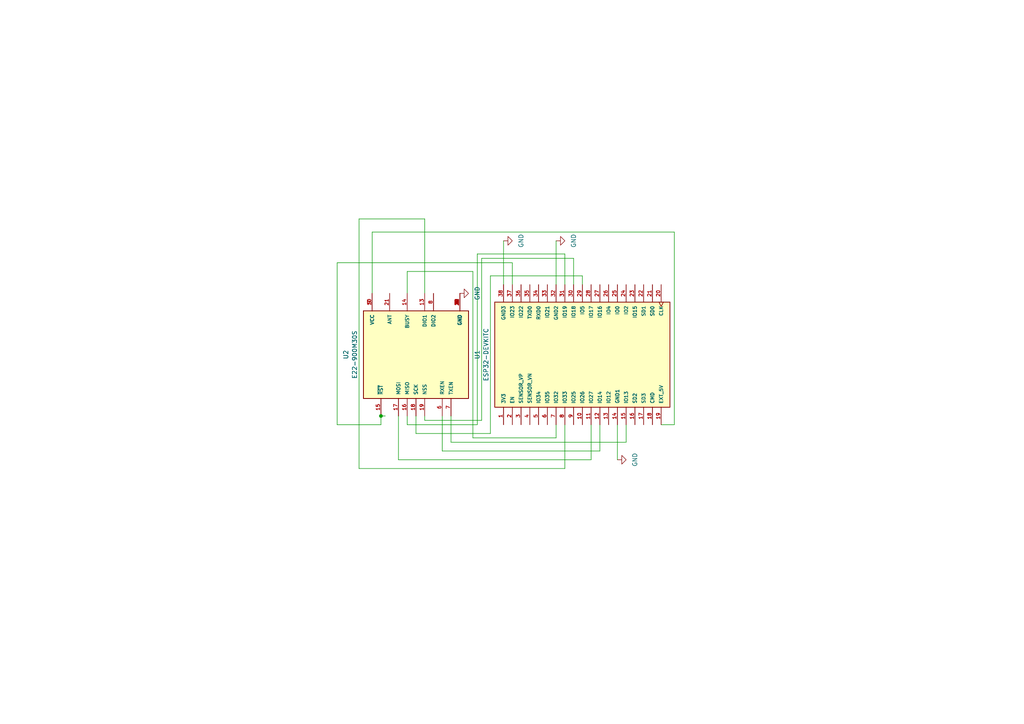
<source format=kicad_sch>
(kicad_sch (version 20211123) (generator eeschema)
  (paper "A4")
  (lib_symbols
    (symbol "E22-900M30S:E22-900M30S" (pin_names (offset 1.016))
      (property "Reference" "U" (at -12.7 16.002 0))
      (property "Value" "E22-900M30S" (at -12.7 -17.78 0))
      (symbol "E22-900M30S_0_0"
        (rectangle (start -12.7 -15.24) (end 12.7 15.24) (stroke (width 0.254)) (fill (type background)))
        (pin power_in line (at 17.78 -12.7 180) (length 5.08) (name "GND") (number "1"))
        (pin power_in line (at 17.78 12.7 180) (length 5.08) (name "VCC") (number "10"))
        (pin power_in line (at 17.78 -12.7 180) (length 5.08) (name "GND") (number "11"))
        (pin power_in line (at 17.78 -12.7 180) (length 5.08) (name "GND") (number "12"))
        (pin bidirectional line (at 17.78 -2.54 180) (length 5.08) (name "DIO1") (number "13"))
        (pin output line (at 17.78 2.54 180) (length 5.08) (name "BUSY") (number "14"))
        (pin input line (at -17.78 10.16 0) (length 5.08) (name "~{RST}") (number "15"))
        (pin output line (at -17.78 2.54 0) (length 5.08) (name "MISO") (number "16"))
        (pin input line (at -17.78 5.08 0) (length 5.08) (name "MOSI") (number "17"))
        (pin input line (at -17.78 0 0) (length 5.08) (name "SCK") (number "18"))
        (pin input line (at -17.78 -2.54 0) (length 5.08) (name "NSS") (number "19"))
        (pin power_in line (at 17.78 -12.7 180) (length 5.08) (name "GND") (number "2"))
        (pin power_in line (at 17.78 -12.7 180) (length 5.08) (name "GND") (number "20"))
        (pin output line (at 17.78 7.62 180) (length 5.08) (name "ANT") (number "21"))
        (pin power_in line (at 17.78 -12.7 180) (length 5.08) (name "GND") (number "22"))
        (pin power_in line (at 17.78 -12.7 180) (length 5.08) (name "GND") (number "3"))
        (pin power_in line (at 17.78 -12.7 180) (length 5.08) (name "GND") (number "4"))
        (pin power_in line (at 17.78 -12.7 180) (length 5.08) (name "GND") (number "5"))
        (pin input line (at -17.78 -7.62 0) (length 5.08) (name "RXEN") (number "6"))
        (pin input line (at -17.78 -10.16 0) (length 5.08) (name "TXEN") (number "7"))
        (pin bidirectional line (at 17.78 -5.08 180) (length 5.08) (name "DIO2") (number "8"))
        (pin power_in line (at 17.78 12.7 180) (length 5.08) (name "VCC") (number "9"))
      )
    )
    (symbol "ESP32-DEVKITC:ESP32-DEVKITC" (pin_names (offset 1.016))
      (property "Reference" "U" (at -15.2572 26.0643 0))
      (property "Value" "ESP32-DEVKITC" (at -15.2563 -27.9698 0))
      (symbol "ESP32-DEVKITC_0_0"
        (rectangle (start -15.24 -25.4) (end 15.24 25.4) (stroke (width 0.254)) (fill (type background)))
        (pin power_in line (at -20.32 22.86 0) (length 5.08) (name "3V3") (number "1"))
        (pin bidirectional line (at -20.32 0 0) (length 5.08) (name "IO26") (number "10"))
        (pin bidirectional line (at -20.32 -2.54 0) (length 5.08) (name "IO27") (number "11"))
        (pin bidirectional line (at -20.32 -5.08 0) (length 5.08) (name "IO14") (number "12"))
        (pin bidirectional line (at -20.32 -7.62 0) (length 5.08) (name "IO12") (number "13"))
        (pin power_in line (at -20.32 -10.16 0) (length 5.08) (name "GND1") (number "14"))
        (pin bidirectional line (at -20.32 -12.7 0) (length 5.08) (name "IO13") (number "15"))
        (pin bidirectional line (at -20.32 -15.24 0) (length 5.08) (name "SD2") (number "16"))
        (pin bidirectional line (at -20.32 -17.78 0) (length 5.08) (name "SD3") (number "17"))
        (pin bidirectional line (at -20.32 -20.32 0) (length 5.08) (name "CMD") (number "18"))
        (pin power_in line (at -20.32 -22.86 0) (length 5.08) (name "EXT_5V") (number "19"))
        (pin input line (at -20.32 20.32 0) (length 5.08) (name "EN") (number "2"))
        (pin input clock (at 20.32 -22.86 180) (length 5.08) (name "CLK") (number "20"))
        (pin bidirectional line (at 20.32 -20.32 180) (length 5.08) (name "SD0") (number "21"))
        (pin bidirectional line (at 20.32 -17.78 180) (length 5.08) (name "SD1") (number "22"))
        (pin bidirectional line (at 20.32 -15.24 180) (length 5.08) (name "IO15") (number "23"))
        (pin bidirectional line (at 20.32 -12.7 180) (length 5.08) (name "IO2") (number "24"))
        (pin bidirectional line (at 20.32 -10.16 180) (length 5.08) (name "IO0") (number "25"))
        (pin bidirectional line (at 20.32 -7.62 180) (length 5.08) (name "IO4") (number "26"))
        (pin bidirectional line (at 20.32 -5.08 180) (length 5.08) (name "IO16") (number "27"))
        (pin bidirectional line (at 20.32 -2.54 180) (length 5.08) (name "IO17") (number "28"))
        (pin bidirectional line (at 20.32 0 180) (length 5.08) (name "IO5") (number "29"))
        (pin input line (at -20.32 17.78 0) (length 5.08) (name "SENSOR_VP") (number "3"))
        (pin bidirectional line (at 20.32 2.54 180) (length 5.08) (name "IO18") (number "30"))
        (pin bidirectional line (at 20.32 5.08 180) (length 5.08) (name "IO19") (number "31"))
        (pin power_in line (at 20.32 7.62 180) (length 5.08) (name "GND2") (number "32"))
        (pin bidirectional line (at 20.32 10.16 180) (length 5.08) (name "IO21") (number "33"))
        (pin input line (at 20.32 12.7 180) (length 5.08) (name "RXD0") (number "34"))
        (pin output line (at 20.32 15.24 180) (length 5.08) (name "TXD0") (number "35"))
        (pin bidirectional line (at 20.32 17.78 180) (length 5.08) (name "IO22") (number "36"))
        (pin bidirectional line (at 20.32 20.32 180) (length 5.08) (name "IO23") (number "37"))
        (pin power_in line (at 20.32 22.86 180) (length 5.08) (name "GND3") (number "38"))
        (pin input line (at -20.32 15.24 0) (length 5.08) (name "SENSOR_VN") (number "4"))
        (pin bidirectional line (at -20.32 12.7 0) (length 5.08) (name "IO34") (number "5"))
        (pin bidirectional line (at -20.32 10.16 0) (length 5.08) (name "IO35") (number "6"))
        (pin bidirectional line (at -20.32 7.62 0) (length 5.08) (name "IO32") (number "7"))
        (pin bidirectional line (at -20.32 5.08 0) (length 5.08) (name "IO33") (number "8"))
        (pin bidirectional line (at -20.32 2.54 0) (length 5.08) (name "IO25") (number "9"))
      )
    )
    (symbol "power:GND" (power) (pin_names (offset 0))
      (property "Value" "GND" (at 0 -3.81 0))
      (symbol "GND_0_1"
        (polyline (pts (xy 0 0) (xy 0 -1.27) (xy 1.27 -1.27) (xy 0 -2.54) (xy -1.27 -1.27) (xy 0 -1.27)))
      )
      (symbol "GND_1_1"
        (pin power_in line (at 0 0 270) (length 0) hide (name "GND") (number "1"))
      )
    )
  )
  (junction (at 110.49 120.65))
  (wire (pts (xy 138.43 73.66) (xy 138.43 123.19)))
  (wire (pts (xy 128.27 130.81) (xy 128.27 120.65)))
  (wire (pts (xy 120.65 125.73) (xy 120.65 120.65)))
  (wire (pts (xy 110.49 120.65) (xy 111.76 120.65)))
  (wire (pts (xy 168.91 80.01) (xy 142.24 80.01)))
  (wire (pts (xy 195.58 123.19) (xy 195.58 67.31)))
  (wire (pts (xy 137.16 78.74) (xy 118.11 78.74)))
  (wire (pts (xy 146.05 82.55) (xy 146.05 69.85)))
  (wire (pts (xy 161.29 127) (xy 137.16 127)))
  (wire (pts (xy 104.14 63.5) (xy 123.19 63.5)))
  (wire (pts (xy 171.45 123.19) (xy 171.45 133.35)))
  (wire (pts (xy 97.79 123.19) (xy 110.49 123.19)))
  (wire (pts (xy 142.24 80.01) (xy 142.24 125.73)))
  (wire (pts (xy 163.83 123.19) (xy 163.83 135.89)))
  (wire (pts (xy 181.61 123.19) (xy 181.61 128.27)))
  (wire (pts (xy 148.59 76.2) (xy 97.79 76.2)))
  (wire (pts (xy 139.7 121.92) (xy 123.19 121.92)))
  (wire (pts (xy 171.45 133.35) (xy 115.57 133.35)))
  (wire (pts (xy 130.81 128.27) (xy 130.81 120.65)))
  (wire (pts (xy 179.07 133.35) (xy 179.07 123.19)))
  (wire (pts (xy 173.99 123.19) (xy 173.99 130.81)))
  (wire (pts (xy 163.83 73.66) (xy 138.43 73.66)))
  (wire (pts (xy 123.19 63.5) (xy 123.19 85.09)))
  (wire (pts (xy 139.7 74.93) (xy 139.7 121.92)))
  (wire (pts (xy 163.83 135.89) (xy 104.14 135.89)))
  (wire (pts (xy 148.59 82.55) (xy 148.59 76.2)))
  (wire (pts (xy 123.19 121.92) (xy 123.19 120.65)))
  (wire (pts (xy 118.11 78.74) (xy 118.11 85.09)))
  (wire (pts (xy 195.58 67.31) (xy 107.95 67.31)))
  (wire (pts (xy 97.79 76.2) (xy 97.79 123.19)))
  (wire (pts (xy 173.99 130.81) (xy 128.27 130.81)))
  (wire (pts (xy 118.11 123.19) (xy 118.11 120.65)))
  (wire (pts (xy 166.37 82.55) (xy 166.37 74.93)))
  (wire (pts (xy 104.14 135.89) (xy 104.14 63.5)))
  (wire (pts (xy 161.29 82.55) (xy 161.29 69.85)))
  (wire (pts (xy 142.24 125.73) (xy 120.65 125.73)))
  (wire (pts (xy 137.16 127) (xy 137.16 78.74)))
  (wire (pts (xy 115.57 133.35) (xy 115.57 120.65)))
  (wire (pts (xy 163.83 82.55) (xy 163.83 73.66)))
  (wire (pts (xy 110.49 123.19) (xy 110.49 120.65)))
  (wire (pts (xy 107.95 67.31) (xy 107.95 85.09)))
  (wire (pts (xy 166.37 74.93) (xy 139.7 74.93)))
  (wire (pts (xy 161.29 123.19) (xy 161.29 127)))
  (wire (pts (xy 168.91 82.55) (xy 168.91 80.01)))
  (wire (pts (xy 191.77 123.19) (xy 195.58 123.19)))
  (wire (pts (xy 181.61 128.27) (xy 130.81 128.27)))
  (wire (pts (xy 138.43 123.19) (xy 118.11 123.19)))
  (symbol (lib_id "power:GND") (at 146.05 69.85 90) (unit 1)
    (property "Reference" "#PWR0101" (effects hide))
    (property "Value" "GND" (at 151.13 69.85 0))
  )
  (symbol (lib_id "ESP32-DEVKITC:ESP32-DEVKITC") (at 168.91 102.87 90) (unit 1)
    (property "Reference" "U1" (at 138.43 102.87 0))
    (property "Value" "ESP32-DEVKITC" (at 140.97 102.87 0))
    (property "Footprint" "ESP32-DEVKITC:MODULE_ESP32-DEVKITC" (effects hide))
    (property "MF" "Espressif Systems" (effects hide))
    (property "Description" "\n                        \n                            ESP32-WROOM-32UE series Transceiver; 802.11 b/g/n (Wi-Fi, WiFi, WLAN), Bluetooth ® Smart Ready 4.x Dual Mode Evaluation Board\n                        \n" (effects hide))
    (property "Package" "None" (effects hide))
    (property "Price" "None" (effects hide))
    (property "Check_prices" "https://www.snapeda.com/parts/ESP32-DEVKITC/Espressif+Systems/view-part/?ref=eda" (effects hide))
    (property "STANDARD" "Manufacturer Recommendations" (effects hide))
    (property "PARTREV" "N/A" (effects hide))
    (property "SnapEDA_Link" "https://www.snapeda.com/parts/ESP32-DEVKITC/Espressif+Systems/view-part/?ref=snap" (effects hide))
    (property "MP" "ESP32-DEVKITC" (effects hide))
    (property "Availability" "Not in stock" (effects hide))
    (property "MANUFACTURER" "ESPRESSIF" (effects hide))
  )
  (symbol (lib_id "power:GND") (at 133.35 85.09 90) (unit 1)
    (property "Reference" "#PWR0104" (effects hide))
    (property "Value" "GND" (at 138.43 85.09 0))
  )
  (symbol (lib_id "power:GND") (at 179.07 133.35 90) (unit 1)
    (property "Reference" "#PWR0103" (effects hide))
    (property "Value" "GND" (at 184.15 133.35 0))
  )
  (symbol (lib_id "power:GND") (at 161.29 69.85 90) (unit 1)
    (property "Reference" "#PWR0102" (effects hide))
    (property "Value" "GND" (at 166.37 69.85 0))
  )
  (symbol (lib_id "E22-900M30S:E22-900M30S") (at 120.65 102.87 90) (unit 1)
    (property "Reference" "U2" (at 100.33 102.87 0))
    (property "Value" "E22-900M30S" (at 102.87 102.87 0))
    (property "Footprint" "XCVR_E22-900M30S" (effects hide))
    (property "MF" "EBYTE" (effects hide))
    (property "MAXIMUM_PACKAGE_HEIGHT" "3.97 mm" (effects hide))
    (property "Package" "Package" (effects hide))
    (property "Price" "None" (effects hide))
    (property "Check_prices" "https://www.snapeda.com/parts/E22-900M30S/EBYTE/view-part/?ref=eda" (effects hide))
    (property "STANDARD" "Manufacturer Recommendations" (effects hide))
    (property "PARTREV" "1.2" (effects hide))
    (property "SnapEDA_Link" "https://www.snapeda.com/parts/E22-900M30S/EBYTE/view-part/?ref=snap" (effects hide))
    (property "MP" "E22-900M30S" (effects hide))
    (property "Description" "\\n                        \\n                            SX1262 868/915 MHz 1w SPI LoRa Module\\n                        \\n" (effects hide))
    (property "Availability" "Not in stock" (effects hide))
    (property "MANUFACTURER" "EBYTE" (effects hide))
  )
)
</source>
